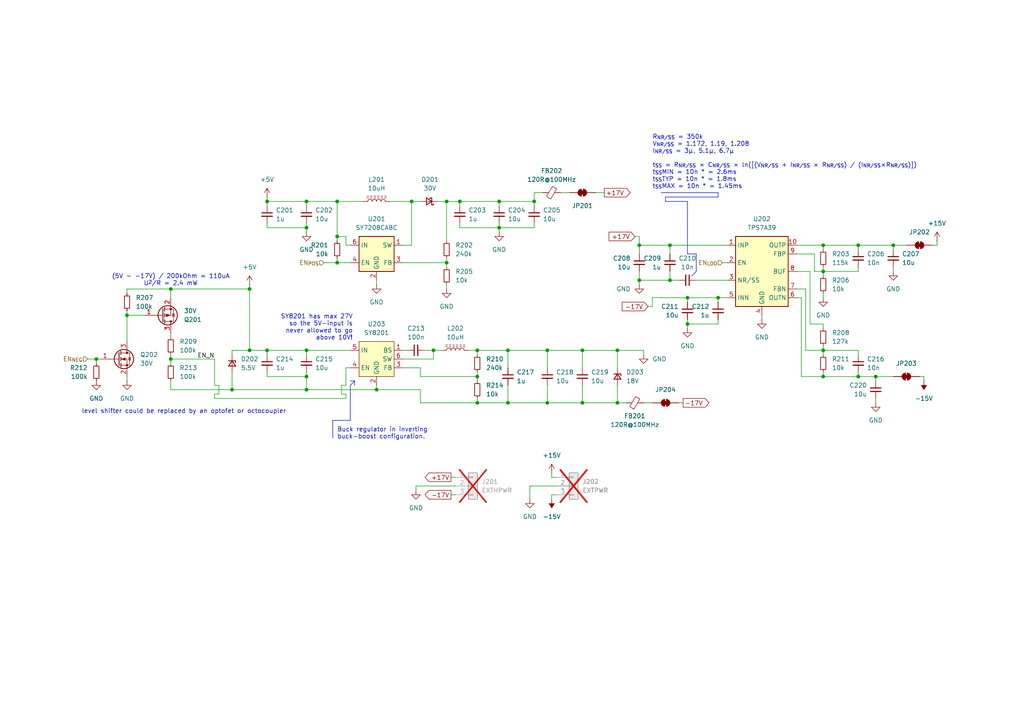
<source format=kicad_sch>
(kicad_sch (version 20250114) (generator "eeschema") (generator_version "9.0")
  (paper "A4")
  (lib_symbols
    (symbol "Connector_Generic:Conn_01x03" (pin_names (offset 1.016) (hide yes))
      (property "Reference" "J" (at 0 5.08 0))
      (property "Value" "Conn_01x03" (at 0 -5.08 0))
      (symbol "Conn_01x03_1_1"
        (pin passive line (at -5.08 2.54 0) (length 3.81) (name "Pin_1") (number "1"))
        (pin passive line (at -5.08 0 0) (length 3.81) (name "Pin_2") (number "2"))
        (pin passive line (at -5.08 -2.54 0) (length 3.81) (name "Pin_3") (number "3"))
      )
    )
    (symbol "Device:C_Small" (pin_numbers (hide yes)) (pin_names (offset 0.254) (hide yes))
      (property "Reference" "C" (at 0.254 1.778 0))
      (property "Value" "C_Small" (at 0.254 -2.032 0))
      (symbol "C_Small_1_1"
        (pin passive line (at 0 2.54 270) (length 2.032) (name "~") (number "1"))
        (pin passive line (at 0 -2.54 90) (length 2.032) (name "~") (number "2"))
      )
    )
    (symbol "Device:D_Schottky_Small" (pin_numbers (hide yes)) (pin_names (offset 0.254) (hide yes))
      (property "Reference" "D" (at -1.27 2.032 0))
      (property "Value" "D_Schottky_Small" (at -7.112 -2.032 0))
      (symbol "D_Schottky_Small_1_1"
        (pin passive line (at -2.54 0 0) (length 1.778) (name "K") (number "1"))
        (pin passive line (at 2.54 0 180) (length 1.778) (name "A") (number "2"))
      )
    )
    (symbol "Device:D_Zener_Small" (pin_numbers (hide yes)) (pin_names (offset 0.254) (hide yes))
      (property "Reference" "D" (at 0 2.286 0))
      (property "Value" "D_Zener_Small" (at 0 -2.286 0))
      (symbol "D_Zener_Small_1_1"
        (pin passive line (at -2.54 0 0) (length 1.778) (name "K") (number "1"))
        (pin passive line (at 2.54 0 180) (length 1.778) (name "A") (number "2"))
      )
    )
    (symbol "Device:FerriteBead_Small" (pin_numbers (hide yes)) (pin_names (offset 0))
      (property "Reference" "FB" (at 1.905 1.27 0))
      (property "Value" "FerriteBead_Small" (at 1.905 -1.27 0))
      (symbol "FerriteBead_Small_1_1"
        (pin passive line (at 0 2.54 270) (length 1.27) (name "~") (number "1"))
        (pin passive line (at 0 -2.54 90) (length 1.27) (name "~") (number "2"))
      )
    )
    (symbol "Device:L_Ferrite" (pin_numbers (hide yes)) (pin_names (offset 1.016) (hide yes))
      (property "Reference" "L" (at -1.27 0 90))
      (property "Value" "L_Ferrite" (at 2.794 0 90))
      (symbol "L_Ferrite_1_1"
        (pin passive line (at 0 3.81 270) (length 1.27) (name "1") (number "1"))
        (pin passive line (at 0 -3.81 90) (length 1.27) (name "2") (number "2"))
      )
    )
    (symbol "Device:R_Small" (pin_numbers (hide yes)) (pin_names (offset 0.254) (hide yes))
      (property "Reference" "R" (at 0.762 0.508 0))
      (property "Value" "R_Small" (at 0.762 -1.016 0))
      (symbol "R_Small_1_1"
        (pin passive line (at 0 2.54 270) (length 0.762) (name "~") (number "1"))
        (pin passive line (at 0 -2.54 90) (length 0.762) (name "~") (number "2"))
      )
    )
    (symbol "Jumper:SolderJumper_2_Bridged" (pin_numbers (hide yes)) (pin_names (offset 0) (hide yes)) (in_bom no)
      (property "Reference" "JP" (at 0 2.032 0))
      (property "Value" "SolderJumper_2_Bridged" (at 0 -2.54 0))
      (symbol "SolderJumper_2_Bridged_1_1"
        (pin passive line (at -3.81 0 0) (length 2.54) (name "A") (number "1"))
        (pin passive line (at 3.81 0 180) (length 2.54) (name "B") (number "2"))
      )
    )
    (symbol "Regulator_Linear:TPS7A39"
      (property "Reference" "U" (at 0 13.97 0))
      (property "Value" "TPS7A39" (at 0 11.43 0))
      (symbol "TPS7A39_1_1"
        (pin power_in line (at -10.16 7.62 0) (length 2.54) (name "INP") (number "1"))
        (pin input line (at -10.16 2.54 0) (length 2.54) (name "EN") (number "2"))
        (pin passive line (at -10.16 -2.54 0) (length 2.54) (name "NR/SS") (number "3"))
        (pin power_in line (at -10.16 -7.62 0) (length 2.54) (name "INN") (number "5"))
        (pin passive line (at 0 -12.7 90) (length 2.54) (hide yes) (name "GND") (number "11"))
        (pin power_in line (at 0 -12.7 90) (length 2.54) (name "GND") (number "4"))
        (pin power_out line (at 10.16 7.62 180) (length 2.54) (name "OUTP") (number "10"))
        (pin input line (at 10.16 5.08 180) (length 2.54) (name "FBP") (number "9"))
        (pin output line (at 10.16 0 180) (length 2.54) (name "BUF") (number "8"))
        (pin input line (at 10.16 -5.08 180) (length 2.54) (name "FBN") (number "7"))
        (pin power_out line (at 10.16 -7.62 180) (length 2.54) (name "OUTN") (number "6"))
      )
    )
    (symbol "Transistor_FET:Q_NMOS_GSD" (pin_names (offset 0) (hide yes))
      (property "Reference" "Q" (at 5.08 1.905 0))
      (property "Value" "Q_NMOS_GSD" (at 5.08 0 0))
      (symbol "Q_NMOS_GSD_1_1"
        (pin input line (at -5.08 0 0) (length 2.54) (name "G") (number "1"))
        (pin passive line (at 2.54 5.08 270) (length 2.54) (name "D") (number "3"))
        (pin passive line (at 2.54 -5.08 90) (length 2.54) (name "S") (number "2"))
      )
    )
    (symbol "Transistor_FET:Q_PMOS_GSD" (pin_names (offset 0) (hide yes))
      (property "Reference" "Q" (at 5.08 1.905 0))
      (property "Value" "Q_PMOS_GSD" (at 5.08 0 0))
      (symbol "Q_PMOS_GSD_1_1"
        (pin input line (at -5.08 0 0) (length 2.54) (name "G") (number "1"))
        (pin passive line (at 2.54 5.08 270) (length 2.54) (name "D") (number "3"))
        (pin passive line (at 2.54 -5.08 90) (length 2.54) (name "S") (number "2"))
      )
    )
    (symbol "meansOfCircuitDesign:SY7208CABC"
      (property "Reference" "U" (at -2.54 8.89 0))
      (property "Value" "SY7208CABC" (at -3.81 6.35 0))
      (symbol "SY7208CABC_0_0"
        (pin no_connect line (at -7.62 2.54 0) (length 2.54) (hide yes) (name "NC") (number "5"))
      )
      (symbol "SY7208CABC_1_1"
        (pin power_in line (at -7.62 2.54 0) (length 2.54) (name "IN") (number "6"))
        (pin input line (at -7.62 -2.54 0) (length 2.54) (name "EN") (number "4"))
        (pin power_in line (at 0 -7.62 90) (length 2.54) (name "GND") (number "2"))
        (pin passive line (at 7.62 2.54 180) (length 2.54) (name "SW") (number "1"))
        (pin input line (at 7.62 -2.54 180) (length 2.54) (name "FB") (number "3"))
      )
    )
    (symbol "meansOfCircuitDesign:SY8201"
      (property "Reference" "U" (at 0 3.048 0))
      (property "Value" "SY8201" (at 0 1.27 0))
      (symbol "SY8201_1_1"
        (pin power_in line (at -7.62 -2.54 0) (length 2.54) (name "IN") (number "5"))
        (pin input line (at -7.62 -7.62 0) (length 2.54) (name "EN") (number "4"))
        (pin passive line (at 0 -12.7 90) (length 2.54) (name "GND") (number "2"))
        (pin output line (at 7.62 -2.54 180) (length 2.54) (name "BS") (number "1"))
        (pin power_out line (at 7.62 -5.08 180) (length 2.54) (name "SW") (number "6"))
        (pin input line (at 7.62 -7.62 180) (length 2.54) (name "FB") (number "3"))
      )
    )
    (symbol "power:+15V" (power) (pin_numbers (hide yes)) (pin_names (offset 0) (hide yes))
      (property "Value" "+15V" (at 0 3.556 0))
      (symbol "+15V_1_1"
        (pin power_in line (at 0 0 90) (length 0) (name "~") (number "1"))
      )
    )
    (symbol "power:+5V" (power) (pin_numbers (hide yes)) (pin_names (offset 0) (hide yes))
      (property "Value" "+5V" (at 0 3.556 0))
      (symbol "+5V_1_1"
        (pin power_in line (at 0 0 90) (length 0) (name "~") (number "1"))
      )
    )
    (symbol "power:-15V" (power) (pin_numbers (hide yes)) (pin_names (offset 0) (hide yes))
      (property "Value" "-15V" (at 0 3.556 0))
      (symbol "-15V_0_0"
        (pin power_in line (at 0 0 90) (length 0) (name "~") (number "1"))
      )
    )
    (symbol "power:GND" (power) (pin_numbers (hide yes)) (pin_names (offset 0) (hide yes))
      (property "Value" "GND" (at 0 -3.81 0))
      (symbol "GND_1_1"
        (pin power_in line (at 0 0 270) (length 0) (name "~") (number "1"))
      )
    )
  )
  (text "Buck regulator in inverting\nbuck-boost configuration." (at 97.79 125.73 0) (effects (font (size 1.27 1.27)) (justify left)))
  (text "R_{NR/SS} = 350k\nV_{NR/SS} = 1.172, 1.19, 1.208\nI_{NR/SS} = 3µ, 5.1µ, 6.7µ\n\nt_{SS} = R_{NR/SS} × C_{NR/SS} × ln([(V_{NR/SS} + I_{NR/SS} × R_{NR/SS}) / (I_{NR/SS}×R_{NR/SS})])\nt_{SS}MIN = 10n * = 2.6ms\nt_{SS}TYP = 10n * = 1.8ms\nt_{SS}MAX = 10n * = 1.45ms" (at 189.23 46.99 0) (effects (font (size 1.27 1.27)) (justify left)))
  (text "level shifter could be replaced by an optofet or octocoupler" (at 53.34 119.38 0) (effects (font (size 1.27 1.27))))
  (text "SY8201 has max 27V\nso the 5V-input is\nnever allowed to go\nabove 10V!" (at 102.362 94.996 0) (effects (font (size 1.27 1.27)) (justify right)))
  (text "(5V - -17V) / 200kOhm = 110uA\nU^{2}/R = 2.4 mW" (at 49.53 81.28 0) (effects (font (size 1.27 1.27))))
  (junction (at 179.07 101.6))
  (junction (at 238.76 78.74))
  (junction (at 88.9 58.42))
  (junction (at 158.75 116.84))
  (junction (at 147.32 116.84))
  (junction (at 27.94 104.14))
  (junction (at 129.54 76.2))
  (junction (at 238.76 71.12))
  (junction (at 144.78 58.42))
  (junction (at 147.32 101.6))
  (junction (at 144.78 66.04))
  (junction (at 119.38 58.42))
  (junction (at 88.9 113.03))
  (junction (at 129.54 58.42))
  (junction (at 238.76 101.6))
  (junction (at 109.22 113.03))
  (junction (at 194.31 81.28))
  (junction (at 97.79 68.58))
  (junction (at 238.76 109.22))
  (junction (at 158.75 101.6))
  (junction (at 154.94 58.42))
  (junction (at 185.42 81.28))
  (junction (at 88.9 66.04))
  (junction (at 168.91 101.6))
  (junction (at 199.39 86.36))
  (junction (at 88.9 101.6))
  (junction (at 138.43 101.6))
  (junction (at 49.53 104.14))
  (junction (at 97.79 58.42))
  (junction (at 125.73 101.6))
  (junction (at 36.83 91.44))
  (junction (at 185.42 71.12))
  (junction (at 67.31 113.03))
  (junction (at 194.31 71.12))
  (junction (at 259.08 71.12))
  (junction (at 179.07 116.84))
  (junction (at 248.92 71.12))
  (junction (at 168.91 116.84))
  (junction (at 138.43 109.22))
  (junction (at 199.39 93.98))
  (junction (at 97.79 76.2))
  (junction (at 72.39 101.6))
  (junction (at 72.39 83.82))
  (junction (at 254 109.22))
  (junction (at 88.9 109.22))
  (junction (at 49.53 83.82))
  (junction (at 77.47 101.6))
  (junction (at 133.35 58.42))
  (junction (at 138.43 116.84))
  (junction (at 77.47 58.42))
  (junction (at 248.92 109.22))
  (junction (at 208.28 86.36))
  (wire (pts (xy 121.92 116.84) (xy 138.43 116.84)))
  (wire (pts (xy 49.53 104.14) (xy 62.23 104.14)))
  (wire (pts (xy 154.94 55.88) (xy 154.94 58.42)))
  (wire (pts (xy 168.91 101.6) (xy 179.07 101.6)))
  (wire (pts (xy 129.54 58.42) (xy 127 58.42)))
  (wire (pts (xy 138.43 101.6) (xy 147.32 101.6)))
  (wire (pts (xy 194.31 71.12) (xy 194.31 73.66)))
  (wire (pts (xy 144.78 58.42) (xy 144.78 59.69)))
  (wire (pts (xy 208.28 93.98) (xy 208.28 92.71)))
  (wire (pts (xy 238.76 100.33) (xy 238.76 101.6)))
  (wire (pts (xy 158.75 101.6) (xy 158.75 106.68)))
  (wire (pts (xy 234.95 78.74) (xy 231.14 78.74)))
  (wire (pts (xy 160.02 137.16) (xy 160.02 138.43)))
  (wire (pts (xy 138.43 116.84) (xy 147.32 116.84)))
  (wire (pts (xy 36.83 90.17) (xy 36.83 91.44)))
  (wire (pts (xy 133.35 58.42) (xy 133.35 59.69)))
  (wire (pts (xy 189.23 86.36) (xy 189.23 88.9)))
  (wire (pts (xy 25.4 104.14) (xy 27.94 104.14)))
  (wire (pts (xy 199.39 92.71) (xy 199.39 93.98)))
  (wire (pts (xy 36.83 91.44) (xy 41.91 91.44)))
  (wire (pts (xy 254 109.22) (xy 259.08 109.22)))
  (polyline (pts (xy 191.77 55.88) (xy 208.28 55.88)))
  (wire (pts (xy 168.91 111.76) (xy 168.91 116.84)))
  (wire (pts (xy 267.97 109.22) (xy 267.97 110.49)))
  (wire (pts (xy 116.84 104.14) (xy 125.73 104.14)))
  (polyline (pts (xy 201.93 73.66) (xy 201.93 78.74)))
  (wire (pts (xy 179.07 101.6) (xy 179.07 106.68)))
  (wire (pts (xy 97.79 58.42) (xy 97.79 68.58)))
  (wire (pts (xy 194.31 71.12) (xy 210.82 71.12)))
  (wire (pts (xy 123.19 101.6) (xy 125.73 101.6)))
  (wire (pts (xy 77.47 59.69) (xy 77.47 58.42)))
  (polyline (pts (xy 200.66 80.01) (xy 201.93 78.74)))
  (wire (pts (xy 67.31 101.6) (xy 67.31 102.87)))
  (wire (pts (xy 116.84 76.2) (xy 129.54 76.2)))
  (wire (pts (xy 238.76 101.6) (xy 233.68 101.6)))
  (wire (pts (xy 165.1 55.88) (xy 162.56 55.88)))
  (wire (pts (xy 77.47 107.95) (xy 77.47 109.22)))
  (wire (pts (xy 158.75 111.76) (xy 158.75 116.84)))
  (wire (pts (xy 160.02 138.43) (xy 161.29 138.43)))
  (wire (pts (xy 254 115.57) (xy 254 116.84)))
  (wire (pts (xy 129.54 69.85) (xy 129.54 58.42)))
  (wire (pts (xy 121.92 106.68) (xy 116.84 106.68)))
  (wire (pts (xy 72.39 101.6) (xy 67.31 101.6)))
  (wire (pts (xy 153.67 144.78) (xy 153.67 140.97)))
  (wire (pts (xy 208.28 86.36) (xy 210.82 86.36)))
  (wire (pts (xy 130.81 143.51) (xy 132.08 143.51)))
  (wire (pts (xy 238.76 109.22) (xy 238.76 107.95)))
  (wire (pts (xy 259.08 72.39) (xy 259.08 71.12)))
  (wire (pts (xy 144.78 66.04) (xy 144.78 67.31)))
  (wire (pts (xy 248.92 102.87) (xy 248.92 101.6)))
  (wire (pts (xy 147.32 111.76) (xy 147.32 116.84)))
  (wire (pts (xy 185.42 73.66) (xy 185.42 71.12)))
  (wire (pts (xy 100.33 71.12) (xy 101.6 71.12)))
  (wire (pts (xy 100.33 114.3) (xy 100.33 115.57)))
  (wire (pts (xy 138.43 107.95) (xy 138.43 109.22)))
  (wire (pts (xy 248.92 71.12) (xy 248.92 72.39)))
  (wire (pts (xy 185.42 68.58) (xy 185.42 71.12)))
  (wire (pts (xy 238.76 71.12) (xy 238.76 72.39)))
  (wire (pts (xy 185.42 81.28) (xy 194.31 81.28)))
  (wire (pts (xy 154.94 58.42) (xy 144.78 58.42)))
  (wire (pts (xy 105.41 58.42) (xy 97.79 58.42)))
  (wire (pts (xy 88.9 58.42) (xy 88.9 59.69)))
  (wire (pts (xy 181.61 116.84) (xy 179.07 116.84)))
  (wire (pts (xy 231.14 86.36) (xy 232.41 86.36)))
  (wire (pts (xy 168.91 116.84) (xy 158.75 116.84)))
  (polyline (pts (xy 101.6 121.92) (xy 96.52 121.92)))
  (wire (pts (xy 238.76 85.09) (xy 238.76 86.36)))
  (wire (pts (xy 208.28 86.36) (xy 208.28 87.63)))
  (wire (pts (xy 121.92 113.03) (xy 121.92 116.84)))
  (wire (pts (xy 158.75 101.6) (xy 168.91 101.6)))
  (wire (pts (xy 138.43 109.22) (xy 138.43 110.49)))
  (wire (pts (xy 238.76 78.74) (xy 248.92 78.74)))
  (wire (pts (xy 236.22 73.66) (xy 236.22 78.74)))
  (polyline (pts (xy 193.04 57.15) (xy 208.28 57.15)))
  (wire (pts (xy 199.39 86.36) (xy 199.39 87.63)))
  (wire (pts (xy 129.54 76.2) (xy 129.54 77.47)))
  (wire (pts (xy 220.98 91.44) (xy 220.98 92.71)))
  (wire (pts (xy 160.02 144.78) (xy 160.02 143.51)))
  (wire (pts (xy 154.94 64.77) (xy 154.94 66.04)))
  (wire (pts (xy 129.54 58.42) (xy 133.35 58.42)))
  (wire (pts (xy 199.39 93.98) (xy 199.39 95.25)))
  (wire (pts (xy 248.92 71.12) (xy 259.08 71.12)))
  (wire (pts (xy 232.41 86.36) (xy 232.41 109.22)))
  (polyline (pts (xy 96.52 123.19) (xy 96.52 127)))
  (wire (pts (xy 36.83 91.44) (xy 36.83 99.06)))
  (wire (pts (xy 135.89 101.6) (xy 138.43 101.6)))
  (wire (pts (xy 271.78 71.12) (xy 270.51 71.12)))
  (wire (pts (xy 179.07 111.76) (xy 179.07 116.84)))
  (wire (pts (xy 77.47 57.15) (xy 77.47 58.42)))
  (wire (pts (xy 153.67 140.97) (xy 161.29 140.97)))
  (wire (pts (xy 113.03 58.42) (xy 119.38 58.42)))
  (wire (pts (xy 133.35 64.77) (xy 133.35 66.04)))
  (wire (pts (xy 101.6 76.2) (xy 97.79 76.2)))
  (wire (pts (xy 194.31 78.74) (xy 194.31 81.28)))
  (polyline (pts (xy 96.52 121.92) (xy 96.52 123.19)))
  (wire (pts (xy 49.53 104.14) (xy 49.53 105.41)))
  (wire (pts (xy 238.76 78.74) (xy 238.76 80.01)))
  (wire (pts (xy 234.95 78.74) (xy 234.95 93.98)))
  (wire (pts (xy 198.12 116.84) (xy 196.85 116.84)))
  (wire (pts (xy 49.53 110.49) (xy 49.53 113.03)))
  (polyline (pts (xy 199.39 67.31) (xy 199.39 73.66)))
  (wire (pts (xy 238.76 101.6) (xy 238.76 102.87)))
  (wire (pts (xy 185.42 78.74) (xy 185.42 81.28)))
  (wire (pts (xy 97.79 58.42) (xy 88.9 58.42)))
  (wire (pts (xy 189.23 116.84) (xy 186.69 116.84)))
  (wire (pts (xy 138.43 109.22) (xy 121.92 109.22)))
  (wire (pts (xy 88.9 101.6) (xy 101.6 101.6)))
  (wire (pts (xy 209.55 76.2) (xy 210.82 76.2)))
  (wire (pts (xy 238.76 101.6) (xy 248.92 101.6)))
  (wire (pts (xy 116.84 71.12) (xy 119.38 71.12)))
  (wire (pts (xy 77.47 102.87) (xy 77.47 101.6)))
  (wire (pts (xy 232.41 109.22) (xy 238.76 109.22)))
  (wire (pts (xy 248.92 109.22) (xy 254 109.22)))
  (polyline (pts (xy 199.39 58.42) (xy 199.39 67.31)))
  (wire (pts (xy 120.65 142.24) (xy 120.65 140.97)))
  (wire (pts (xy 49.53 102.87) (xy 49.53 104.14)))
  (wire (pts (xy 27.94 104.14) (xy 27.94 105.41)))
  (wire (pts (xy 147.32 101.6) (xy 158.75 101.6)))
  (wire (pts (xy 185.42 82.55) (xy 185.42 81.28)))
  (polyline (pts (xy 102.87 110.49) (xy 102.87 111.76)))
  (wire (pts (xy 100.33 68.58) (xy 97.79 68.58)))
  (wire (pts (xy 77.47 64.77) (xy 77.47 66.04)))
  (wire (pts (xy 72.39 83.82) (xy 72.39 101.6)))
  (polyline (pts (xy 102.87 110.49) (xy 101.6 111.76)))
  (wire (pts (xy 125.73 101.6) (xy 128.27 101.6)))
  (wire (pts (xy 138.43 115.57) (xy 138.43 116.84)))
  (polyline (pts (xy 199.39 73.66) (xy 201.93 73.66)))
  (polyline (pts (xy 193.04 58.42) (xy 199.39 58.42)))
  (wire (pts (xy 88.9 64.77) (xy 88.9 66.04)))
  (wire (pts (xy 49.53 83.82) (xy 49.53 86.36)))
  (wire (pts (xy 88.9 66.04) (xy 88.9 67.31)))
  (wire (pts (xy 147.32 116.84) (xy 158.75 116.84)))
  (wire (pts (xy 36.83 83.82) (xy 49.53 83.82)))
  (wire (pts (xy 179.07 116.84) (xy 168.91 116.84)))
  (wire (pts (xy 125.73 104.14) (xy 125.73 101.6)))
  (wire (pts (xy 119.38 58.42) (xy 121.92 58.42)))
  (wire (pts (xy 100.33 115.57) (xy 62.23 115.57)))
  (wire (pts (xy 175.26 55.88) (xy 172.72 55.88)))
  (wire (pts (xy 88.9 66.04) (xy 77.47 66.04)))
  (wire (pts (xy 233.68 101.6) (xy 233.68 83.82)))
  (wire (pts (xy 194.31 81.28) (xy 196.85 81.28)))
  (wire (pts (xy 259.08 77.47) (xy 259.08 78.74)))
  (wire (pts (xy 186.69 101.6) (xy 186.69 102.87)))
  (wire (pts (xy 63.5 114.3) (xy 63.5 111.76)))
  (wire (pts (xy 49.53 113.03) (xy 67.31 113.03)))
  (wire (pts (xy 147.32 101.6) (xy 147.32 106.68)))
  (wire (pts (xy 231.14 71.12) (xy 238.76 71.12)))
  (wire (pts (xy 88.9 107.95) (xy 88.9 109.22)))
  (wire (pts (xy 144.78 66.04) (xy 144.78 64.77)))
  (wire (pts (xy 157.48 55.88) (xy 154.94 55.88)))
  (wire (pts (xy 99.06 111.76) (xy 99.06 114.3)))
  (wire (pts (xy 238.76 71.12) (xy 248.92 71.12)))
  (polyline (pts (xy 101.6 111.76) (xy 101.6 121.92)))
  (wire (pts (xy 271.78 69.85) (xy 271.78 71.12)))
  (wire (pts (xy 62.23 104.14) (xy 62.23 111.76)))
  (wire (pts (xy 236.22 78.74) (xy 238.76 78.74)))
  (wire (pts (xy 201.93 81.28) (xy 210.82 81.28)))
  (wire (pts (xy 130.81 138.43) (xy 132.08 138.43)))
  (polyline (pts (xy 208.28 55.88) (xy 208.28 57.15)))
  (wire (pts (xy 109.22 113.03) (xy 121.92 113.03)))
  (wire (pts (xy 199.39 86.36) (xy 208.28 86.36)))
  (wire (pts (xy 99.06 114.3) (xy 100.33 114.3)))
  (wire (pts (xy 254 109.22) (xy 254 110.49)))
  (wire (pts (xy 49.53 83.82) (xy 72.39 83.82)))
  (wire (pts (xy 63.5 111.76) (xy 62.23 111.76)))
  (wire (pts (xy 77.47 109.22) (xy 88.9 109.22)))
  (wire (pts (xy 160.02 143.51) (xy 161.29 143.51)))
  (wire (pts (xy 77.47 101.6) (xy 88.9 101.6)))
  (wire (pts (xy 72.39 82.55) (xy 72.39 83.82)))
  (wire (pts (xy 27.94 104.14) (xy 29.21 104.14)))
  (wire (pts (xy 88.9 113.03) (xy 109.22 113.03)))
  (wire (pts (xy 100.33 106.68) (xy 100.33 111.76)))
  (wire (pts (xy 129.54 82.55) (xy 129.54 83.82)))
  (wire (pts (xy 233.68 83.82) (xy 231.14 83.82)))
  (wire (pts (xy 133.35 58.42) (xy 144.78 58.42)))
  (polyline (pts (xy 193.04 57.15) (xy 193.04 58.42)))
  (wire (pts (xy 100.33 68.58) (xy 100.33 71.12)))
  (wire (pts (xy 133.35 66.04) (xy 144.78 66.04)))
  (wire (pts (xy 168.91 101.6) (xy 168.91 106.68)))
  (wire (pts (xy 97.79 74.93) (xy 97.79 76.2)))
  (wire (pts (xy 238.76 109.22) (xy 248.92 109.22)))
  (wire (pts (xy 238.76 95.25) (xy 238.76 93.98)))
  (wire (pts (xy 154.94 59.69) (xy 154.94 58.42)))
  (wire (pts (xy 100.33 106.68) (xy 101.6 106.68)))
  (wire (pts (xy 88.9 109.22) (xy 88.9 113.03)))
  (wire (pts (xy 185.42 71.12) (xy 194.31 71.12)))
  (wire (pts (xy 184.15 68.58) (xy 185.42 68.58)))
  (wire (pts (xy 77.47 58.42) (xy 88.9 58.42)))
  (wire (pts (xy 248.92 77.47) (xy 248.92 78.74)))
  (wire (pts (xy 109.22 113.03) (xy 109.22 111.76)))
  (wire (pts (xy 231.14 73.66) (xy 236.22 73.66)))
  (wire (pts (xy 259.08 71.12) (xy 262.89 71.12)))
  (wire (pts (xy 77.47 101.6) (xy 72.39 101.6)))
  (wire (pts (xy 36.83 85.09) (xy 36.83 83.82)))
  (wire (pts (xy 238.76 93.98) (xy 234.95 93.98)))
  (wire (pts (xy 49.53 96.52) (xy 49.53 97.79)))
  (wire (pts (xy 67.31 113.03) (xy 88.9 113.03)))
  (wire (pts (xy 93.98 76.2) (xy 97.79 76.2)))
  (wire (pts (xy 36.83 109.22) (xy 36.83 110.49)))
  (wire (pts (xy 62.23 114.3) (xy 63.5 114.3)))
  (wire (pts (xy 138.43 101.6) (xy 138.43 102.87)))
  (polyline (pts (xy 101.6 110.49) (xy 102.87 110.49)))
  (wire (pts (xy 88.9 101.6) (xy 88.9 102.87)))
  (wire (pts (xy 62.23 115.57) (xy 62.23 114.3)))
  (wire (pts (xy 129.54 74.93) (xy 129.54 76.2)))
  (wire (pts (xy 100.33 111.76) (xy 99.06 111.76)))
  (wire (pts (xy 179.07 101.6) (xy 186.69 101.6)))
  (wire (pts (xy 248.92 107.95) (xy 248.92 109.22)))
  (wire (pts (xy 97.79 69.85) (xy 97.79 68.58)))
  (wire (pts (xy 238.76 77.47) (xy 238.76 78.74)))
  (wire (pts (xy 120.65 140.97) (xy 132.08 140.97)))
  (wire (pts (xy 116.84 101.6) (xy 118.11 101.6)))
  (wire (pts (xy 109.22 81.28) (xy 109.22 82.55)))
  (wire (pts (xy 189.23 88.9) (xy 187.96 88.9)))
  (wire (pts (xy 189.23 86.36) (xy 199.39 86.36)))
  (wire (pts (xy 199.39 93.98) (xy 208.28 93.98)))
  (wire (pts (xy 119.38 71.12) (xy 119.38 58.42)))
  (wire (pts (xy 121.92 109.22) (xy 121.92 106.68)))
  (wire (pts (xy 144.78 66.04) (xy 154.94 66.04)))
  (wire (pts (xy 67.31 107.95) (xy 67.31 113.03)))
  (wire (pts (xy 266.7 109.22) (xy 267.97 109.22)))
  (label "EN_N" (at 62.23 104.14 180))
  (global_label "-17V" (shape output) (at 130.81 143.51 180) (property "Intersheetrefs" "${INTERSHEET_REFS}" (effects (hide yes))))
  (global_label "-17V" (shape output) (at 198.12 116.84 0) (property "Intersheetrefs" "${INTERSHEET_REFS}" (effects (hide yes))))
  (global_label "+17V" (shape input) (at 184.15 68.58 180) (property "Intersheetrefs" "${INTERSHEET_REFS}" (effects (hide yes))))
  (global_label "+17V" (shape output) (at 175.26 55.88 0) (property "Intersheetrefs" "${INTERSHEET_REFS}" (effects (hide yes))))
  (global_label "-17V" (shape input) (at 187.96 88.9 180) (property "Intersheetrefs" "${INTERSHEET_REFS}" (effects (hide yes))))
  (global_label "+17V" (shape output) (at 130.81 138.43 180) (property "Intersheetrefs" "${INTERSHEET_REFS}" (effects (hide yes))))
  (hierarchical_label "EN_{LDO}" (shape input) (at 209.55 76.2 180))
  (hierarchical_label "EN_{POS}" (shape input) (at 93.98 76.2 180))
  (hierarchical_label "EN_{NEG}" (shape input) (at 25.4 104.14 180))
  (symbol (lib_id "Jumper:SolderJumper_2_Bridged") (at 262.89 109.22 0) (unit 1) (in_bom no)
    (property "Reference" "JP203" (at 262.89 105.41 0))
    (property "Value" "PWR_{NEG}" (effects (hide yes)))
    (property "Footprint" "Jumper:SolderJumper-2_P1.3mm_Bridged_RoundedPad1.0x1.5mm" (effects (hide yes)))
    (property "Description" "Solder Jumper, 2-pole, closed/bridged" (effects (hide yes)))
  )
  (symbol (lib_id "power:GND") (at 259.08 78.74 0) (unit 1)
    (property "Reference" "#PWR0205" (effects (hide yes)))
    (property "Value" "GND" (at 259.08 83.82 0))
    (property "Description" "Power symbol creates a global label with name \"GND\" , ground" (effects (hide yes)))
  )
  (symbol (lib_id "Device:L_Ferrite") (at 132.08 101.6 90) (unit 1)
    (property "Reference" "L202" (at 132.08 95.25 90))
    (property "Value" "10uH" (at 132.08 97.79 90))
    (property "Footprint" "Inductor_SMD:L_Changjiang_FNR4030S" (effects (hide yes)))
    (property "Description" "Inductor with ferrite core" (effects (hide yes)))
    (property "MPN" "FNR4030S100MT" (effects (hide yes)))
    (property "LCSC" "C167879" (effects (hide yes)))
  )
  (symbol (lib_id "Regulator_Linear:TPS7A39") (at 220.98 78.74 0) (unit 1)
    (property "Reference" "U202" (at 220.98 63.5 0))
    (property "Value" "TPS7A39" (at 220.98 66.04 0))
    (property "Footprint" "Package_SON:Texas_S-PVSON-N10_ThermalVias" (effects (hide yes)))
    (property "Datasheet" "https://www.ti.com/lit/ds/symlink/tps7a39.pdf" (effects (hide yes)))
    (property "Description" "Dual, 150-mA, ±3.3V to ±33V Input, +1.2V to +30V and -30V to 0V Output, Wide VIN Positive and Negative LDO Voltage Regulator, 3x3mm WSON-10 package" (effects (hide yes)))
    (property "MPN" "TPS7A3901DSCR" (effects (hide yes)))
    (property "LCSC" "C2685819" (effects (hide yes)))
  )
  (symbol (lib_id "Jumper:SolderJumper_2_Bridged") (at 266.7 71.12 0) (unit 1) (in_bom no)
    (property "Reference" "JP202" (at 266.7 67.31 0))
    (property "Value" "PWR_{POS}" (effects (hide yes)))
    (property "Footprint" "Jumper:SolderJumper-2_P1.3mm_Bridged_RoundedPad1.0x1.5mm" (effects (hide yes)))
    (property "Description" "Solder Jumper, 2-pole, closed/bridged" (effects (hide yes)))
  )
  (symbol (lib_id "meansOfCircuitDesign:SY7208CABC") (at 109.22 73.66 0) (unit 1)
    (property "Reference" "U201" (at 109.22 63.5 0))
    (property "Value" "SY7208CABC" (at 109.22 66.04 0))
    (property "Footprint" "Package_TO_SOT_SMD:SOT-23-6" (effects (hide yes)))
    (property "Datasheet" "https://datasheet.lcsc.com/szlcsc/Silergy-Corp-SY7208CABC_C178234.pdf" (effects (hide yes)))
    (property "Description" "High Efficiency 1MHz 600mA Async Step-Up Converter, 3-25V Vin, 25V Vout, SOT23-6" (effects (hide yes)))
    (property "JLC" "SOT-23-6" (effects (hide yes)))
    (property "LCSC" "C178234" (effects (hide yes)))
  )
  (symbol (lib_id "Device:R_Small") (at 138.43 105.41 0) (unit 1)
    (property "Reference" "R210" (at 140.97 104.1399 0) (effects (justify left)))
    (property "Value" "240k" (at 140.97 106.6799 0) (effects (justify left)))
    (property "Footprint" "Resistor_SMD:R_0603_1608Metric" (effects (hide yes)))
    (property "Description" "Resistor, small symbol" (effects (hide yes)))
    (property "LCSC" "C4197" (effects (hide yes)))
    (property "MPN" "0603WAF2403T5E" (effects (hide yes)))
  )
  (symbol (lib_id "Device:C_Small") (at 77.47 62.23 0) (unit 1)
    (property "Reference" "C201" (at 80.01 60.9662 0) (effects (justify left)))
    (property "Value" "1u" (at 80.01 63.5062 0) (effects (justify left)))
    (property "Footprint" "Capacitor_SMD:C_0402_1005Metric" (effects (hide yes)))
    (property "Description" "Unpolarized capacitor, small symbol" (effects (hide yes)))
    (property "LCSC" "C52923" (effects (hide yes)))
    (property "MPN" "CL05A105KA5NQNC" (effects (hide yes)))
  )
  (symbol (lib_id "Device:D_Schottky_Small") (at 124.46 58.42 180) (unit 1)
    (property "Reference" "D201" (at 124.714 52.07 0))
    (property "Value" "30V" (at 124.714 54.61 0))
    (property "Footprint" "Automated:D_SOD-123FL" (effects (hide yes)))
    (property "Description" "Schottky diode, small symbol" (effects (hide yes)))
    (property "MPN" " RB060MM-30" (effects (hide yes)))
    (property "LCSC" "C308720" (effects (hide yes)))
  )
  (symbol (lib_id "Device:L_Ferrite") (at 109.22 58.42 90) (unit 1)
    (property "Reference" "L201" (at 109.22 52.07 90))
    (property "Value" "10uH" (at 109.22 54.61 90))
    (property "Footprint" "Inductor_SMD:L_Changjiang_FNR4030S" (effects (hide yes)))
    (property "Description" "Inductor with ferrite core" (effects (hide yes)))
    (property "MPN" "FNR4030S100MT" (effects (hide yes)))
    (property "LCSC" "C167879" (effects (hide yes)))
  )
  (symbol (lib_id "Device:C_Small") (at 88.9 105.41 0) (unit 1)
    (property "Reference" "C215" (at 91.44 104.1462 0) (effects (justify left)))
    (property "Value" "10u" (at 91.44 106.6862 0) (effects (justify left)))
    (property "Footprint" "Capacitor_SMD:C_0805_2012Metric" (effects (hide yes)))
    (property "Description" "Unpolarized capacitor, small symbol" (effects (hide yes)))
    (property "MPN" "GRM21BR61H106KE43L" (effects (hide yes)))
    (property "LCSC" "C440198" (effects (hide yes)))
  )
  (symbol (lib_id "Device:R_Small") (at 129.54 80.01 0) (unit 1)
    (property "Reference" "R205" (at 132.08 78.7399 0) (effects (justify left)))
    (property "Value" "10k" (at 132.08 81.2799 0) (effects (justify left)))
    (property "Footprint" "Resistor_SMD:R_0603_1608Metric" (effects (hide yes)))
    (property "Description" "Resistor, small symbol" (effects (hide yes)))
    (property "LCSC" "C25804" (effects (hide yes)))
    (property "MPN" "0603WAF1002T5E" (effects (hide yes)))
  )
  (symbol (lib_id "power:GND") (at 186.69 102.87 0) (unit 1)
    (property "Reference" "#PWR0213" (effects (hide yes)))
    (property "Value" "GND" (at 189.23 104.1399 0) (effects (justify left)))
    (property "Description" "Power symbol creates a global label with name \"GND\" , ground" (effects (hide yes)))
  )
  (symbol (lib_id "Connector_Generic:Conn_01x03") (at 137.16 140.97 0) (unit 1) (dnp yes)
    (property "Reference" "J201" (at 139.7 139.6999 0) (effects (justify left)))
    (property "Value" "EXTHPWR" (at 139.7 142.2399 0) (effects (justify left)))
    (property "Footprint" "Connector_PinHeader_2.54mm:PinHeader_1x03_P2.54mm_Vertical" (effects (hide yes)))
    (property "Description" "Generic connector, single row, 01x03, script generated (kicad-library-utils/schlib/autogen/connector/)" (effects (hide yes)))
  )
  (symbol (lib_id "power:GND") (at 254 116.84 0) (unit 1)
    (property "Reference" "#PWR0217" (effects (hide yes)))
    (property "Value" "GND" (at 254 121.92 0))
    (property "Description" "Power symbol creates a global label with name \"GND\" , ground" (effects (hide yes)))
  )
  (symbol (lib_id "Device:C_Small") (at 77.47 105.41 0) (unit 1)
    (property "Reference" "C214" (at 80.01 104.1462 0) (effects (justify left)))
    (property "Value" "1u" (at 80.01 106.6862 0) (effects (justify left)))
    (property "Footprint" "Capacitor_SMD:C_0402_1005Metric" (effects (hide yes)))
    (property "Description" "Unpolarized capacitor, small symbol" (effects (hide yes)))
    (property "LCSC" "C52923" (effects (hide yes)))
    (property "MPN" "CL05A105KA5NQNC" (effects (hide yes)))
  )
  (symbol (lib_id "Device:FerriteBead_Small") (at 160.02 55.88 90) (unit 1)
    (property "Reference" "FB202" (at 159.9819 49.53 90))
    (property "Value" "120R@100MHz" (at 159.9819 52.07 90))
    (property "Footprint" "Inductor_SMD:L_0603_1608Metric" (effects (hide yes)))
    (property "Description" "Ferrite bead, small symbol" (effects (hide yes)))
    (property "MPN" "BLM18PG121SN1D" (effects (hide yes)))
    (property "LCSC" "C14709" (effects (hide yes)))
  )
  (symbol (lib_id "Device:C_Small") (at 185.42 76.2 0) (unit 1)
    (property "Reference" "C208" (at 182.88 74.9362 0) (effects (justify right)))
    (property "Value" "10u" (at 182.88 77.4762 0) (effects (justify right)))
    (property "Footprint" "Capacitor_SMD:C_0805_2012Metric" (effects (hide yes)))
    (property "Description" "Unpolarized capacitor, small symbol" (effects (hide yes)))
    (property "MPN" "GRM21BR61H106KE43L" (effects (hide yes)))
    (property "LCSC" "C440198" (effects (hide yes)))
  )
  (symbol (lib_id "Device:C_Small") (at 120.65 101.6 90) (unit 1)
    (property "Reference" "C213" (at 120.6563 95.25 90))
    (property "Value" "100n" (at 120.6563 97.79 90))
    (property "Footprint" "Capacitor_SMD:C_0402_1005Metric" (effects (hide yes)))
    (property "Description" "Unpolarized capacitor, small symbol" (effects (hide yes)))
    (property "LCSC" "C307331" (effects (hide yes)))
    (property "MPN" "CL05B104KB54PNC" (effects (hide yes)))
  )
  (symbol (lib_id "power:+15V") (at 271.78 69.85 0) (unit 1)
    (property "Reference" "#PWR0204" (effects (hide yes)))
    (property "Value" "+15V" (at 271.78 64.77 0))
    (property "Description" "Power symbol creates a global label with name \"+15V\"" (effects (hide yes)))
  )
  (symbol (lib_id "Device:R_Small") (at 138.43 113.03 0) (unit 1)
    (property "Reference" "R214" (at 140.97 111.7599 0) (effects (justify left)))
    (property "Value" "10k" (at 140.97 114.2999 0) (effects (justify left)))
    (property "Footprint" "Resistor_SMD:R_0603_1608Metric" (effects (hide yes)))
    (property "Description" "Resistor, small symbol" (effects (hide yes)))
    (property "LCSC" "C25804" (effects (hide yes)))
    (property "MPN" "0603WAF1002T5E" (effects (hide yes)))
  )
  (symbol (lib_id "power:+5V") (at 72.39 82.55 0) (unit 1)
    (property "Reference" "#PWR0206" (effects (hide yes)))
    (property "Value" "+5V" (at 72.39 77.47 0))
    (property "Description" "Power symbol creates a global label with name \"+5V\"" (effects (hide yes)))
  )
  (symbol (lib_id "power:GND") (at 153.67 144.78 0) (unit 1)
    (property "Reference" "#PWR0220" (effects (hide yes)))
    (property "Value" "GND" (at 153.67 149.86 0))
    (property "Description" "Power symbol creates a global label with name \"GND\" , ground" (effects (hide yes)))
  )
  (symbol (lib_id "power:+5V") (at 77.47 57.15 0) (unit 1)
    (property "Reference" "#PWR0201" (effects (hide yes)))
    (property "Value" "+5V" (at 77.47 52.07 0))
    (property "Description" "Power symbol creates a global label with name \"+5V\"" (effects (hide yes)))
  )
  (symbol (lib_id "power:GND") (at 129.54 83.82 0) (unit 1)
    (property "Reference" "#PWR0209" (effects (hide yes)))
    (property "Value" "GND" (at 129.54 88.9 0))
    (property "Description" "Power symbol creates a global label with name \"GND\" , ground" (effects (hide yes)))
  )
  (symbol (lib_id "Device:R_Small") (at 238.76 74.93 0) (unit 1)
    (property "Reference" "R203" (at 241.3 73.6599 0) (effects (justify left)))
    (property "Value" "115k" (at 241.3 76.1999 0) (effects (justify left)))
    (property "Footprint" "Resistor_SMD:R_0603_1608Metric" (effects (hide yes)))
    (property "Description" "Resistor, small symbol" (effects (hide yes)))
    (property "LCSC" "C25803" (effects (hide yes)))
    (property "MPN" "0603WAF1003T5E" (effects (hide yes)))
  )
  (symbol (lib_id "power:GND") (at 120.65 142.24 0) (unit 1)
    (property "Reference" "#PWR0219" (effects (hide yes)))
    (property "Value" "GND" (at 120.65 147.32 0))
    (property "Description" "Power symbol creates a global label with name \"GND\" , ground" (effects (hide yes)))
  )
  (symbol (lib_id "Device:C_Small") (at 168.91 109.22 0) (unit 1)
    (property "Reference" "C219" (at 171.45 107.9562 0) (effects (justify left)))
    (property "Value" "10u" (at 171.45 110.4962 0) (effects (justify left)))
    (property "Footprint" "Capacitor_SMD:C_0805_2012Metric" (effects (hide yes)))
    (property "Description" "Unpolarized capacitor, small symbol" (effects (hide yes)))
    (property "MPN" "GRM21BR61H106KE43L" (effects (hide yes)))
    (property "LCSC" "C440198" (effects (hide yes)))
  )
  (symbol (lib_id "power:GND") (at 36.83 110.49 0) (unit 1)
    (property "Reference" "#PWR0215" (effects (hide yes)))
    (property "Value" "GND" (at 36.83 115.57 0))
    (property "Description" "Power symbol creates a global label with name \"GND\" , ground" (effects (hide yes)))
  )
  (symbol (lib_id "Device:D_Zener_Small") (at 67.31 105.41 270) (unit 1)
    (property "Reference" "D202" (at 69.85 104.1399 90) (effects (justify left)))
    (property "Value" "5.5V" (at 69.85 106.6799 90) (effects (justify left)))
    (property "Footprint" "Diode_SMD:D_SOD-123" (effects (hide yes)))
    (property "Datasheet" "https://jlcpcb.com/api/file/downloadByFileSystemAccessId/8564879430838747136" (effects (hide yes)))
    (property "Description" "Zener diode, small symbol" (effects (hide yes)))
    (property "MPN" "BZT52B5V6" (effects (hide yes)))
    (property "LCSC" "C22399881" (effects (hide yes)))
  )
  (symbol (lib_id "Device:C_Small") (at 158.75 109.22 0) (unit 1)
    (property "Reference" "C218" (at 161.29 107.9562 0) (effects (justify left)))
    (property "Value" "10u" (at 161.29 110.4962 0) (effects (justify left)))
    (property "Footprint" "Capacitor_SMD:C_0805_2012Metric" (effects (hide yes)))
    (property "Description" "Unpolarized capacitor, small symbol" (effects (hide yes)))
    (property "MPN" "GRM21BR61H106KE43L" (effects (hide yes)))
    (property "LCSC" "C440198" (effects (hide yes)))
  )
  (symbol (lib_id "meansOfCircuitDesign:SY8201") (at 109.22 99.06 0) (unit 1)
    (property "Reference" "U203" (at 109.22 93.98 0))
    (property "Value" "SY8201" (at 109.22 96.52 0))
    (property "Footprint" "Package_TO_SOT_SMD:SOT-23-6" (effects (hide yes)))
    (property "Datasheet" "https://www.lcsc.com/datasheet/lcsc_datasheet_2203280930_Silergy-Corp-SY8201CABC_C2763455.pdf" (effects (hide yes)))
    (property "Description" "High Efficiency Fast Response, 1A, 27V Input Synchronous Step Down Regulator" (effects (hide yes)))
    (property "MPN" "SY8201ABC" (effects (hide yes)))
    (property "LCSC" "C108052" (effects (hide yes)))
  )
  (symbol (lib_id "Device:C_Small") (at 208.28 90.17 0) (unit 1)
    (property "Reference" "C212" (at 205.74 88.9062 0) (effects (justify right)))
    (property "Value" "1u" (at 205.74 91.4462 0) (effects (justify right)))
    (property "Footprint" "Capacitor_SMD:C_0402_1005Metric" (effects (hide yes)))
    (property "Description" "Unpolarized capacitor, small symbol" (effects (hide yes)))
    (property "MPN" "CL05A105KA5NQNC" (effects (hide yes)))
    (property "LCSC" "C52923" (effects (hide yes)))
  )
  (symbol (lib_id "power:GND") (at 220.98 92.71 0) (unit 1)
    (property "Reference" "#PWR0211" (effects (hide yes)))
    (property "Value" "GND" (at 220.98 97.79 0))
    (property "Description" "Power symbol creates a global label with name \"GND\" , ground" (effects (hide yes)))
  )
  (symbol (lib_id "Device:R_Small") (at 238.76 82.55 0) (unit 1)
    (property "Reference" "R206" (at 241.3 81.2799 0) (effects (justify left)))
    (property "Value" "10k" (at 241.3 83.8199 0) (effects (justify left)))
    (property "Footprint" "Resistor_SMD:R_0603_1608Metric" (effects (hide yes)))
    (property "Description" "Resistor, small symbol" (effects (hide yes)))
    (property "LCSC" "C25804" (effects (hide yes)))
    (property "MPN" "0603WAF1002T5E" (effects (hide yes)))
  )
  (symbol (lib_id "Connector_Generic:Conn_01x03") (at 166.37 140.97 0) (unit 1) (dnp yes)
    (property "Reference" "J202" (at 168.91 139.6999 0) (effects (justify left)))
    (property "Value" "EXTPWR" (at 168.91 142.2399 0) (effects (justify left)))
    (property "Footprint" "Connector_PinHeader_2.54mm:PinHeader_1x03_P2.54mm_Vertical" (effects (hide yes)))
    (property "Description" "Generic connector, single row, 01x03, script generated (kicad-library-utils/schlib/autogen/connector/)" (effects (hide yes)))
  )
  (symbol (lib_id "Device:R_Small") (at 27.94 107.95 0) (unit 1)
    (property "Reference" "R212" (at 25.4 106.6799 0) (effects (justify right)))
    (property "Value" "100k" (at 25.4 109.2199 0) (effects (justify right)))
    (property "Footprint" "Resistor_SMD:R_0402_1005Metric" (effects (hide yes)))
    (property "Description" "Resistor, small symbol" (effects (hide yes)))
    (property "LCSC" "C25741" (effects (hide yes)))
    (property "MPN" "0402WGF1003TCE" (effects (hide yes)))
  )
  (symbol (lib_id "power:GND") (at 88.9 67.31 0) (unit 1)
    (property "Reference" "#PWR0202" (effects (hide yes)))
    (property "Value" "GND" (at 88.9 72.39 0))
    (property "Description" "Power symbol creates a global label with name \"GND\" , ground" (effects (hide yes)))
  )
  (symbol (lib_id "Device:R_Small") (at 49.53 107.95 0) (unit 1)
    (property "Reference" "R213" (at 52.07 106.6799 0) (effects (justify left)))
    (property "Value" "100k" (at 52.07 109.2199 0) (effects (justify left)))
    (property "Footprint" "Resistor_SMD:R_0402_1005Metric" (effects (hide yes)))
    (property "Description" "Resistor, small symbol" (effects (hide yes)))
    (property "LCSC" "C25741" (effects (hide yes)))
    (property "MPN" "0402WGF1003TCE" (effects (hide yes)))
  )
  (symbol (lib_id "Device:C_Small") (at 199.39 81.28 270) (unit 1)
    (property "Reference" "C210" (at 199.3836 74.93 90))
    (property "Value" "10n" (at 199.3836 77.47 90))
    (property "Footprint" "Capacitor_SMD:C_0402_1005Metric" (effects (hide yes)))
    (property "Description" "Unpolarized capacitor, small symbol" (effects (hide yes)))
    (property "LCSC" "C15195" (effects (hide yes)))
    (property "MPN" "CL05B103KB5NNNC" (effects (hide yes)))
  )
  (symbol (lib_id "Transistor_FET:Q_PMOS_GSD") (at 46.99 91.44 0) (mirror x) (unit 1)
    (property "Reference" "Q201" (at 53.34 92.7101 0) (effects (justify left)))
    (property "Value" "30V" (at 53.34 90.1701 0) (effects (justify left)))
    (property "Footprint" "Package_TO_SOT_SMD:SOT-23" (effects (hide yes)))
    (property "Description" "P-MOSFET transistor, gate/source/drain" (effects (hide yes)))
    (property "MPN" "AO3401A" (effects (hide yes)))
    (property "LCSC" "C15127" (effects (hide yes)))
  )
  (symbol (lib_id "Device:C_Small") (at 154.94 62.23 0) (unit 1)
    (property "Reference" "C205" (at 157.48 60.9662 0) (effects (justify left)))
    (property "Value" "10u" (at 157.48 63.5062 0) (effects (justify left)))
    (property "Footprint" "Capacitor_SMD:C_0805_2012Metric" (effects (hide yes)))
    (property "Description" "Unpolarized capacitor, small symbol" (effects (hide yes)))
    (property "MPN" "GRM21BR61H106KE43L" (effects (hide yes)))
    (property "LCSC" "C440198" (effects (hide yes)))
  )
  (symbol (lib_id "Device:R_Small") (at 36.83 87.63 0) (unit 1)
    (property "Reference" "R207" (at 39.37 86.3599 0) (effects (justify left)))
    (property "Value" "100k" (at 39.37 88.8999 0) (effects (justify left)))
    (property "Footprint" "Resistor_SMD:R_0402_1005Metric" (effects (hide yes)))
    (property "Description" "Resistor, small symbol" (effects (hide yes)))
    (property "LCSC" "C25741" (effects (hide yes)))
    (property "MPN" "0402WGF1003TCE" (effects (hide yes)))
  )
  (symbol (lib_id "Device:C_Small") (at 259.08 74.93 0) (unit 1)
    (property "Reference" "C207" (at 261.62 73.6662 0) (effects (justify left)))
    (property "Value" "10u" (at 261.62 76.2062 0) (effects (justify left)))
    (property "Footprint" "Capacitor_SMD:C_0805_2012Metric" (effects (hide yes)))
    (property "Description" "Unpolarized capacitor, small symbol" (effects (hide yes)))
    (property "MPN" "GRM21BR61H106KE43L" (effects (hide yes)))
    (property "LCSC" "C440198" (effects (hide yes)))
  )
  (symbol (lib_id "power:GND") (at 185.42 82.55 0) (unit 1)
    (property "Reference" "#PWR0208" (effects (hide yes)))
    (property "Value" "GND" (at 182.88 83.8199 0) (effects (justify right)))
    (property "Description" "Power symbol creates a global label with name \"GND\" , ground" (effects (hide yes)))
  )
  (symbol (lib_id "power:GND") (at 144.78 67.31 0) (unit 1)
    (property "Reference" "#PWR0203" (effects (hide yes)))
    (property "Value" "GND" (at 144.78 72.39 0))
    (property "Description" "Power symbol creates a global label with name \"GND\" , ground" (effects (hide yes)))
  )
  (symbol (lib_id "power:+15V") (at 160.02 137.16 0) (unit 1)
    (property "Reference" "#PWR0218" (effects (hide yes)))
    (property "Value" "+15V" (at 160.02 132.08 0))
    (property "Description" "Power symbol creates a global label with name \"+15V\"" (effects (hide yes)))
  )
  (symbol (lib_id "power:GND") (at 199.39 95.25 0) (unit 1)
    (property "Reference" "#PWR0212" (effects (hide yes)))
    (property "Value" "GND" (at 199.39 100.33 0))
    (property "Description" "Power symbol creates a global label with name \"GND\" , ground" (effects (hide yes)))
  )
  (symbol (lib_id "Device:FerriteBead_Small") (at 184.15 116.84 90) (unit 1)
    (property "Reference" "FB201" (at 184.1119 120.65 90))
    (property "Value" "120R@100MHz" (at 184.1119 123.19 90))
    (property "Footprint" "Inductor_SMD:L_0603_1608Metric" (effects (hide yes)))
    (property "Description" "Ferrite bead, small symbol" (effects (hide yes)))
    (property "MPN" "BLM18PG121SN1D" (effects (hide yes)))
    (property "LCSC" "C14709" (effects (hide yes)))
  )
  (symbol (lib_id "power:GND") (at 27.94 110.49 0) (unit 1)
    (property "Reference" "#PWR0214" (effects (hide yes)))
    (property "Value" "GND" (at 27.94 115.57 0))
    (property "Description" "Power symbol creates a global label with name \"GND\" , ground" (effects (hide yes)))
  )
  (symbol (lib_id "Device:R_Small") (at 238.76 97.79 0) (unit 1)
    (property "Reference" "R208" (at 241.3 96.5199 0) (effects (justify left)))
    (property "Value" "127k" (at 241.3 99.0599 0) (effects (justify left)))
    (property "Footprint" "Resistor_SMD:R_0603_1608Metric" (effects (hide yes)))
    (property "Description" "Resistor, small symbol" (effects (hide yes)))
    (property "LCSC" "C217715" (effects (hide yes)))
    (property "MPN" "ARG03FTC1273" (effects (hide yes)))
  )
  (symbol (lib_id "Device:C_Small") (at 254 113.03 0) (unit 1)
    (property "Reference" "C220" (at 251.46 111.7662 0) (effects (justify right)))
    (property "Value" "10u" (at 251.46 114.3062 0) (effects (justify right)))
    (property "Footprint" "Capacitor_SMD:C_0805_2012Metric" (effects (hide yes)))
    (property "Description" "Unpolarized capacitor, small symbol" (effects (hide yes)))
    (property "MPN" "GRM21BR61H106KE43L" (effects (hide yes)))
    (property "LCSC" "C440198" (effects (hide yes)))
  )
  (symbol (lib_id "Device:C_Small") (at 194.31 76.2 0) (unit 1)
    (property "Reference" "C209" (at 191.77 74.9362 0) (effects (justify right)))
    (property "Value" "1u" (at 191.77 77.4762 0) (effects (justify right)))
    (property "Footprint" "Capacitor_SMD:C_0402_1005Metric" (effects (hide yes)))
    (property "Description" "Unpolarized capacitor, small symbol" (effects (hide yes)))
    (property "MPN" "CL05A105KA5NQNC" (effects (hide yes)))
    (property "LCSC" "C52923" (effects (hide yes)))
  )
  (symbol (lib_id "Jumper:SolderJumper_2_Bridged") (at 193.04 116.84 0) (unit 1) (in_bom no)
    (property "Reference" "JP204" (at 193.04 113.03 0))
    (property "Value" "PWR_{POS}" (effects (hide yes)))
    (property "Footprint" "Jumper:SolderJumper-2_P1.3mm_Bridged_RoundedPad1.0x1.5mm" (effects (hide yes)))
    (property "Description" "Solder Jumper, 2-pole, closed/bridged" (effects (hide yes)))
  )
  (symbol (lib_id "Device:C_Small") (at 248.92 105.41 0) (unit 1)
    (property "Reference" "C216" (at 251.46 104.1462 0) (effects (justify left)))
    (property "Value" "10n" (at 251.46 106.6862 0) (effects (justify left)))
    (property "Footprint" "Capacitor_SMD:C_0402_1005Metric" (effects (hide yes)))
    (property "Description" "Unpolarized capacitor, small symbol" (effects (hide yes)))
    (property "LCSC" "C15195" (effects (hide yes)))
    (property "MPN" "CL05B103KB5NNNC" (effects (hide yes)))
  )
  (symbol (lib_id "power:-15V") (at 267.97 110.49 180) (unit 1)
    (property "Reference" "#PWR0216" (effects (hide yes)))
    (property "Value" "-15V" (at 267.97 115.57 0))
    (property "Description" "Power symbol creates a global label with name \"-15V\"" (effects (hide yes)))
  )
  (symbol (lib_id "Device:R_Small") (at 97.79 72.39 0) (unit 1)
    (property "Reference" "R201" (at 95.25 71.1199 0) (effects (justify right)))
    (property "Value" "10k" (at 95.25 73.6599 0) (effects (justify right)))
    (property "Footprint" "Resistor_SMD:R_0603_1608Metric" (effects (hide yes)))
    (property "Description" "Resistor, small symbol" (effects (hide yes)))
    (property "LCSC" "C25804" (effects (hide yes)))
    (property "MPN" "0603WAF1002T5E" (effects (hide yes)))
  )
  (symbol (lib_id "Device:C_Small") (at 133.35 62.23 0) (unit 1)
    (property "Reference" "C203" (at 135.89 60.9662 0) (effects (justify left)))
    (property "Value" "1u" (at 135.89 63.5062 0) (effects (justify left)))
    (property "Footprint" "Capacitor_SMD:C_0402_1005Metric" (effects (hide yes)))
    (property "Description" "Unpolarized capacitor, small symbol" (effects (hide yes)))
    (property "LCSC" "C52923" (effects (hide yes)))
    (property "MPN" "CL05A105KA5NQNC" (effects (hide yes)))
  )
  (symbol (lib_id "Transistor_FET:Q_NMOS_GSD") (at 34.29 104.14 0) (unit 1)
    (property "Reference" "Q202" (at 40.64 102.8699 0) (effects (justify left)))
    (property "Value" "30V" (at 40.64 105.4099 0) (effects (justify left)))
    (property "Footprint" "Package_TO_SOT_SMD:SOT-23" (effects (hide yes)))
    (property "Datasheet" "https://www.aosmd.com/res/datasheets/AO3400A.pdf" (effects (hide yes)))
    (property "Description" "N-MOSFET transistor, gate/source/drain" (effects (hide yes)))
    (property "MPN" "AO3400A" (effects (hide yes)))
    (property "LCSC" "C20917" (effects (hide yes)))
  )
  (symbol (lib_id "power:GND") (at 238.76 86.36 0) (unit 1)
    (property "Reference" "#PWR0210" (effects (hide yes)))
    (property "Value" "GND" (at 238.76 91.44 0))
    (property "Description" "Power symbol creates a global label with name \"GND\" , ground" (effects (hide yes)))
  )
  (symbol (lib_id "Device:R_Small") (at 238.76 105.41 0) (unit 1)
    (property "Reference" "R211" (at 241.3 104.1399 0) (effects (justify left)))
    (property "Value" "10k" (at 241.3 106.6799 0) (effects (justify left)))
    (property "Footprint" "Resistor_SMD:R_0603_1608Metric" (effects (hide yes)))
    (property "Description" "Resistor, small symbol" (effects (hide yes)))
    (property "LCSC" "C25804" (effects (hide yes)))
    (property "MPN" "0603WAF1002T5E" (effects (hide yes)))
  )
  (symbol (lib_id "Device:D_Zener_Small") (at 179.07 109.22 270) (unit 1)
    (property "Reference" "D203" (at 181.61 107.9499 90) (effects (justify left)))
    (property "Value" "18V" (at 181.61 110.4899 90) (effects (justify left)))
    (property "Footprint" "Diode_SMD:D_SOD-123" (effects (hide yes)))
    (property "Datasheet" "https://jlcpcb.com/api/file/downloadByFileSystemAccessId/8564879430838747136" (effects (hide yes)))
    (property "Description" "Zener diode, small symbol" (effects (hide yes)))
    (property "MPN" "MM1Z18B" (effects (hide yes)))
    (property "LCSC" "C22379455" (effects (hide yes)))
  )
  (symbol (lib_id "Device:R_Small") (at 129.54 72.39 0) (unit 1)
    (property "Reference" "R202" (at 132.08 71.1199 0) (effects (justify left)))
    (property "Value" "240k" (at 132.08 73.6599 0) (effects (justify left)))
    (property "Footprint" "Resistor_SMD:R_0603_1608Metric" (effects (hide yes)))
    (property "Description" "Resistor, small symbol" (effects (hide yes)))
    (property "LCSC" "C4197" (effects (hide yes)))
    (property "MPN" "0603WAF2403T5E" (effects (hide yes)))
  )
  (symbol (lib_id "Device:C_Small") (at 199.39 90.17 0) (unit 1)
    (property "Reference" "C211" (at 196.85 88.9062 0) (effects (justify right)))
    (property "Value" "10u" (at 196.85 91.4462 0) (effects (justify right)))
    (property "Footprint" "Capacitor_SMD:C_0805_2012Metric" (effects (hide yes)))
    (property "Description" "Unpolarized capacitor, small symbol" (effects (hide yes)))
    (property "MPN" "GRM21BR61H106KE43L" (effects (hide yes)))
    (property "LCSC" "C440198" (effects (hide yes)))
  )
  (symbol (lib_id "Device:R_Small") (at 49.53 100.33 0) (unit 1)
    (property "Reference" "R209" (at 52.07 99.0599 0) (effects (justify left)))
    (property "Value" "100k" (at 52.07 101.5999 0) (effects (justify left)))
    (property "Footprint" "Resistor_SMD:R_0402_1005Metric" (effects (hide yes)))
    (property "Description" "Resistor, small symbol" (effects (hide yes)))
    (property "LCSC" "C25741" (effects (hide yes)))
    (property "MPN" "0402WGF1003TCE" (effects (hide yes)))
  )
  (symbol (lib_id "power:-15V") (at 160.02 144.78 180) (unit 1)
    (property "Reference" "#PWR0221" (effects (hide yes)))
    (property "Value" "-15V" (at 160.02 149.86 0))
    (property "Description" "Power symbol creates a global label with name \"-15V\"" (effects (hide yes)))
  )
  (symbol (lib_id "Device:C_Small") (at 147.32 109.22 0) (unit 1)
    (property "Reference" "C217" (at 149.86 107.9562 0) (effects (justify left)))
    (property "Value" "1u" (at 149.86 110.4962 0) (effects (justify left)))
    (property "Footprint" "Capacitor_SMD:C_0402_1005Metric" (effects (hide yes)))
    (property "Description" "Unpolarized capacitor, small symbol" (effects (hide yes)))
    (property "LCSC" "C52923" (effects (hide yes)))
    (property "MPN" "CL05A105KA5NQNC" (effects (hide yes)))
  )
  (symbol (lib_id "Jumper:SolderJumper_2_Bridged") (at 168.91 55.88 0) (unit 1) (in_bom no)
    (property "Reference" "JP201" (at 168.91 59.69 0))
    (property "Value" "PWR_{POS}" (effects (hide yes)))
    (property "Footprint" "Jumper:SolderJumper-2_P1.3mm_Bridged_RoundedPad1.0x1.5mm" (effects (hide yes)))
    (property "Description" "Solder Jumper, 2-pole, closed/bridged" (effects (hide yes)))
  )
  (symbol (lib_id "power:GND") (at 109.22 82.55 0) (unit 1)
    (property "Reference" "#PWR0207" (effects (hide yes)))
    (property "Value" "GND" (at 109.22 87.63 0))
    (property "Description" "Power symbol creates a global label with name \"GND\" , ground" (effects (hide yes)))
  )
  (symbol (lib_id "Device:C_Small") (at 248.92 74.93 0) (unit 1)
    (property "Reference" "C206" (at 251.46 73.6662 0) (effects (justify left)))
    (property "Value" "10n" (at 251.46 76.2062 0) (effects (justify left)))
    (property "Footprint" "Capacitor_SMD:C_0402_1005Metric" (effects (hide yes)))
    (property "Description" "Unpolarized capacitor, small symbol" (effects (hide yes)))
    (property "LCSC" "C15195" (effects (hide yes)))
    (property "MPN" "CL05B103KB5NNNC" (effects (hide yes)))
  )
  (symbol (lib_id "Device:C_Small") (at 88.9 62.23 0) (unit 1)
    (property "Reference" "C202" (at 91.44 60.9662 0) (effects (justify left)))
    (property "Value" "10u" (at 91.44 63.5062 0) (effects (justify left)))
    (property "Footprint" "Capacitor_SMD:C_0805_2012Metric" (effects (hide yes)))
    (property "Description" "Unpolarized capacitor, small symbol" (effects (hide yes)))
    (property "MPN" "GRM21BR61H106KE43L" (effects (hide yes)))
    (property "LCSC" "C440198" (effects (hide yes)))
  )
  (symbol (lib_id "Device:C_Small") (at 144.78 62.23 0) (unit 1)
    (property "Reference" "C204" (at 147.32 60.9662 0) (effects (justify left)))
    (property "Value" "10u" (at 147.32 63.5062 0) (effects (justify left)))
    (property "Footprint" "Capacitor_SMD:C_0805_2012Metric" (effects (hide yes)))
    (property "Description" "Unpolarized capacitor, small symbol" (effects (hide yes)))
    (property "MPN" "GRM21BR61H106KE43L" (effects (hide yes)))
    (property "LCSC" "C440198" (effects (hide yes)))
  )
)
</source>
